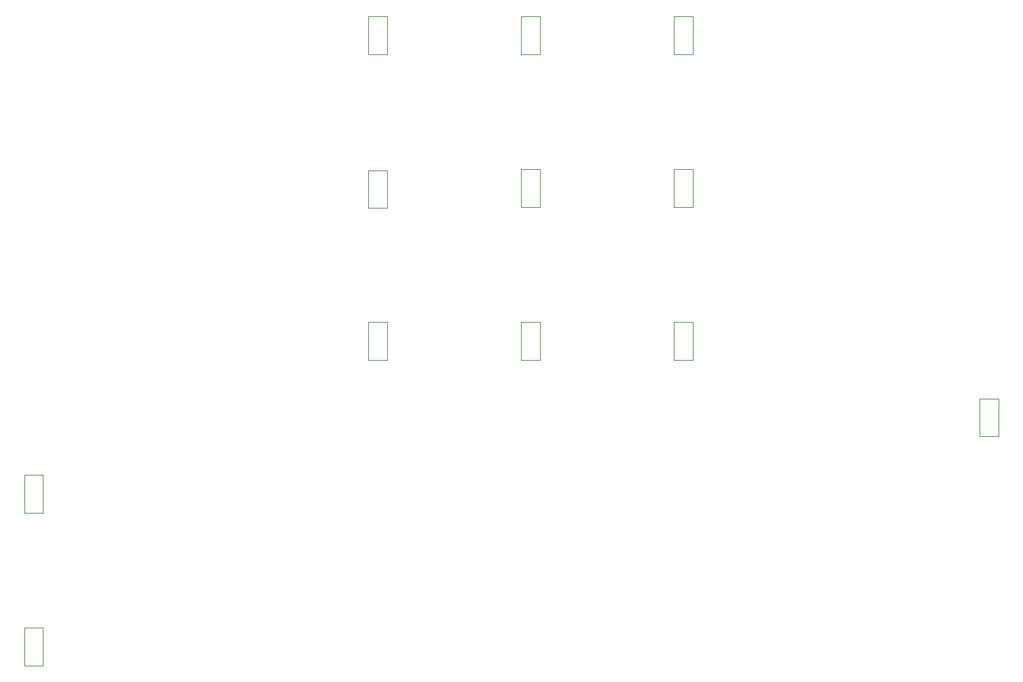
<source format=gbr>
%TF.GenerationSoftware,KiCad,Pcbnew,(5.1.9-0-10_14)*%
%TF.CreationDate,2021-04-17T16:13:15+09:00*%
%TF.ProjectId,IKIDS,494b4944-532e-46b6-9963-61645f706362,rev?*%
%TF.SameCoordinates,Original*%
%TF.FileFunction,Other,User*%
%FSLAX46Y46*%
G04 Gerber Fmt 4.6, Leading zero omitted, Abs format (unit mm)*
G04 Created by KiCad (PCBNEW (5.1.9-0-10_14)) date 2021-04-17 16:13:15*
%MOMM*%
%LPD*%
G01*
G04 APERTURE LIST*
%ADD10C,0.050000*%
G04 APERTURE END LIST*
D10*
%TO.C,D12*%
X213875000Y-118237500D02*
X213875000Y-113537500D01*
X213875000Y-113537500D02*
X211575000Y-113537500D01*
X211575000Y-113537500D02*
X211575000Y-118237500D01*
X213875000Y-118237500D02*
X211575000Y-118237500D01*
%TO.C,D11*%
X175775000Y-108712500D02*
X175775000Y-104012500D01*
X175775000Y-104012500D02*
X173475000Y-104012500D01*
X173475000Y-104012500D02*
X173475000Y-108712500D01*
X175775000Y-108712500D02*
X173475000Y-108712500D01*
%TO.C,D10*%
X175775000Y-89662500D02*
X175775000Y-84962500D01*
X175775000Y-84962500D02*
X173475000Y-84962500D01*
X173475000Y-84962500D02*
X173475000Y-89662500D01*
X175775000Y-89662500D02*
X173475000Y-89662500D01*
%TO.C,D9*%
X175775000Y-70612500D02*
X175775000Y-65912500D01*
X175775000Y-65912500D02*
X173475000Y-65912500D01*
X173475000Y-65912500D02*
X173475000Y-70612500D01*
X175775000Y-70612500D02*
X173475000Y-70612500D01*
%TO.C,D8*%
X156725000Y-108712500D02*
X156725000Y-104012500D01*
X156725000Y-104012500D02*
X154425000Y-104012500D01*
X154425000Y-104012500D02*
X154425000Y-108712500D01*
X156725000Y-108712500D02*
X154425000Y-108712500D01*
%TO.C,D7*%
X156725000Y-89662500D02*
X156725000Y-84962500D01*
X156725000Y-84962500D02*
X154425000Y-84962500D01*
X154425000Y-84962500D02*
X154425000Y-89662500D01*
X156725000Y-89662500D02*
X154425000Y-89662500D01*
%TO.C,D6*%
X156725000Y-70612500D02*
X156725000Y-65912500D01*
X156725000Y-65912500D02*
X154425000Y-65912500D01*
X154425000Y-65912500D02*
X154425000Y-70612500D01*
X156725000Y-70612500D02*
X154425000Y-70612500D01*
%TO.C,D5*%
X137675000Y-108712500D02*
X137675000Y-104012500D01*
X137675000Y-104012500D02*
X135375000Y-104012500D01*
X135375000Y-104012500D02*
X135375000Y-108712500D01*
X137675000Y-108712500D02*
X135375000Y-108712500D01*
%TO.C,D4*%
X137675000Y-89806250D02*
X137675000Y-85106250D01*
X137675000Y-85106250D02*
X135375000Y-85106250D01*
X135375000Y-85106250D02*
X135375000Y-89806250D01*
X137675000Y-89806250D02*
X135375000Y-89806250D01*
%TO.C,D3*%
X137675000Y-70612500D02*
X137675000Y-65912500D01*
X137675000Y-65912500D02*
X135375000Y-65912500D01*
X135375000Y-65912500D02*
X135375000Y-70612500D01*
X137675000Y-70612500D02*
X135375000Y-70612500D01*
%TO.C,D2*%
X94812500Y-146812500D02*
X94812500Y-142112500D01*
X94812500Y-142112500D02*
X92512500Y-142112500D01*
X92512500Y-142112500D02*
X92512500Y-146812500D01*
X94812500Y-146812500D02*
X92512500Y-146812500D01*
%TO.C,D1*%
X94812500Y-127762500D02*
X94812500Y-123062500D01*
X94812500Y-123062500D02*
X92512500Y-123062500D01*
X92512500Y-123062500D02*
X92512500Y-127762500D01*
X94812500Y-127762500D02*
X92512500Y-127762500D01*
%TD*%
M02*

</source>
